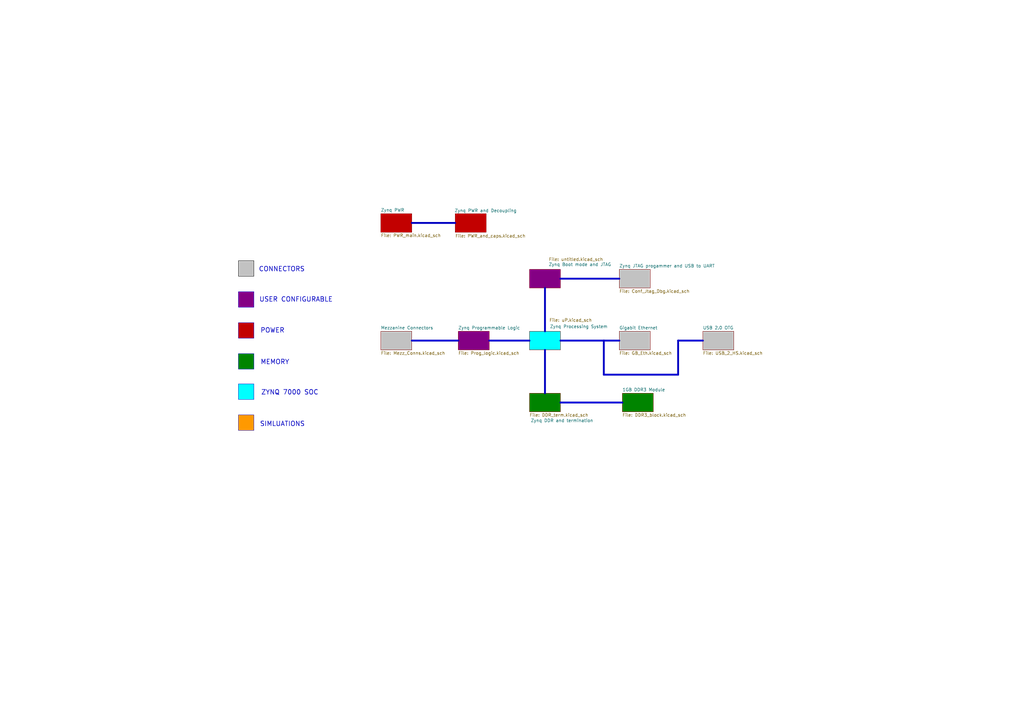
<source format=kicad_sch>
(kicad_sch
	(version 20250114)
	(generator "eeschema")
	(generator_version "9.0")
	(uuid "057baa86-43b1-44fa-acf3-4caef14d0f52")
	(paper "A3")
	(title_block
		(title "TOP LEVEL PAGE")
		(date "2025-10-06")
		(rev "A")
		(company "GHM")
	)
	(lib_symbols)
	(rectangle
		(start 97.79 132.334)
		(end 104.14 138.684)
		(stroke
			(width 0)
			(type solid)
		)
		(fill
			(type color)
			(color 194 0 0 1)
		)
		(uuid 095d049b-8d56-462f-a2c6-25320d0fdbd9)
	)
	(rectangle
		(start 97.79 157.48)
		(end 104.14 163.83)
		(stroke
			(width 0)
			(type solid)
		)
		(fill
			(type color)
			(color 0 255 255 1)
		)
		(uuid 0cd33981-997a-4ee0-885a-a22ddf7e1e41)
	)
	(rectangle
		(start 97.79 119.634)
		(end 104.14 125.984)
		(stroke
			(width 0)
			(type solid)
		)
		(fill
			(type color)
			(color 132 0 132 1)
		)
		(uuid 3548180e-d9f5-4eb6-9fb6-4962e07bb571)
	)
	(rectangle
		(start 97.79 106.934)
		(end 104.14 113.284)
		(stroke
			(width 0)
			(type solid)
			(color 0 0 0 1)
		)
		(fill
			(type color)
			(color 194 194 194 1)
		)
		(uuid 56a1cebb-b65c-4469-b031-b09ae1da81a1)
	)
	(rectangle
		(start 97.79 170.18)
		(end 104.14 176.53)
		(stroke
			(width 0)
			(type solid)
		)
		(fill
			(type color)
			(color 255 153 0 1)
		)
		(uuid 6d5412d3-5305-45a8-a67f-a448c0232553)
	)
	(rectangle
		(start 97.79 145.034)
		(end 104.14 151.384)
		(stroke
			(width 0)
			(type solid)
		)
		(fill
			(type color)
			(color 0 132 0 1)
		)
		(uuid a63d1e72-8d16-4f54-b6ce-7c0701df6d6b)
	)
	(text "ZYNQ 7000 SOC"
		(exclude_from_sim no)
		(at 118.872 161.036 0)
		(effects
			(font
				(size 1.905 1.905)
				(thickness 0.2381)
			)
		)
		(uuid "1d040a27-cd4e-4eb2-85d2-e611e5d89bb9")
	)
	(text "MEMORY"
		(exclude_from_sim no)
		(at 112.776 148.59 0)
		(effects
			(font
				(size 1.905 1.905)
				(thickness 0.2381)
			)
		)
		(uuid "44abcec0-d4ce-4ace-8dd0-46abad750b3f")
	)
	(text "CONNECTORS"
		(exclude_from_sim no)
		(at 115.57 110.49 0)
		(effects
			(font
				(size 1.905 1.905)
				(thickness 0.2381)
			)
		)
		(uuid "6f506e60-ec74-452c-b325-668235589b9c")
	)
	(text "SIMLUATIONS\n"
		(exclude_from_sim no)
		(at 115.824 173.99 0)
		(effects
			(font
				(size 1.905 1.905)
				(thickness 0.2381)
			)
		)
		(uuid "a0970d00-fe02-4520-8dcd-8e004a6dcc47")
	)
	(text "POWER"
		(exclude_from_sim no)
		(at 111.76 135.636 0)
		(effects
			(font
				(size 1.905 1.905)
				(thickness 0.2381)
			)
		)
		(uuid "bade0cfc-22a6-4a03-8a75-7b8a45b4cc08")
	)
	(text "USER CONFIGURABLE"
		(exclude_from_sim no)
		(at 121.412 122.936 0)
		(effects
			(font
				(size 1.905 1.905)
				(thickness 0.2381)
			)
		)
		(uuid "e796aa3c-8eab-4b48-b2fb-f37733d82a8e")
	)
	(polyline
		(pts
			(xy 229.87 139.7) (xy 254 139.7)
		)
		(stroke
			(width 0.762)
			(type solid)
		)
		(uuid "0699580c-6fc3-4132-9c8f-b663c3631d08")
	)
	(polyline
		(pts
			(xy 223.52 118.11) (xy 223.52 135.89)
		)
		(stroke
			(width 0.762)
			(type solid)
		)
		(uuid "077da00d-fcbc-435e-9c1a-5fb574aa580c")
	)
	(polyline
		(pts
			(xy 200.66 139.7) (xy 217.17 139.7)
		)
		(stroke
			(width 0.762)
			(type solid)
		)
		(uuid "1aed95c7-46e3-49dd-ab01-d61bd2482fa4")
	)
	(polyline
		(pts
			(xy 168.91 139.7) (xy 187.96 139.7)
		)
		(stroke
			(width 0.762)
			(type solid)
		)
		(uuid "1e9206b0-e1c0-482c-8698-595f61760989")
	)
	(polyline
		(pts
			(xy 223.52 143.51) (xy 223.52 161.29)
		)
		(stroke
			(width 0.762)
			(type solid)
		)
		(uuid "2006e981-fa95-4cf0-a228-249cb7d9bcd1")
	)
	(polyline
		(pts
			(xy 247.65 153.67) (xy 278.13 153.67)
		)
		(stroke
			(width 0.762)
			(type solid)
		)
		(uuid "3a740848-eb39-45b4-ba97-1a918d2161a5")
	)
	(polyline
		(pts
			(xy 278.13 139.7) (xy 278.13 153.67)
		)
		(stroke
			(width 0.762)
			(type solid)
		)
		(uuid "3d811101-aec1-4166-81ba-be7d0f187b69")
	)
	(polyline
		(pts
			(xy 247.65 139.7) (xy 247.65 153.67)
		)
		(stroke
			(width 0.762)
			(type solid)
		)
		(uuid "6e8c4b8b-d7fc-43d3-8035-ce4d3fad7025")
	)
	(polyline
		(pts
			(xy 278.13 139.7) (xy 288.29 139.7)
		)
		(stroke
			(width 0.762)
			(type solid)
		)
		(uuid "810e2090-bd29-46e5-829e-308cef0f2d7a")
	)
	(polyline
		(pts
			(xy 229.87 165.1) (xy 255.27 165.1)
		)
		(stroke
			(width 0.762)
			(type solid)
		)
		(uuid "af934940-2b3b-4e1e-9e67-3821198cd7dc")
	)
	(polyline
		(pts
			(xy 229.87 114.3) (xy 254 114.3)
		)
		(stroke
			(width 0.762)
			(type solid)
		)
		(uuid "b039b4e3-29d3-4a14-8290-3558f5079762")
	)
	(polyline
		(pts
			(xy 168.91 91.44) (xy 186.69 91.44)
		)
		(stroke
			(width 0.762)
			(type solid)
		)
		(uuid "c4e71839-f33a-4048-b5a8-fa0c94f4f2e9")
	)
	(sheet
		(at 187.96 135.89)
		(size 12.7 7.62)
		(exclude_from_sim no)
		(in_bom yes)
		(on_board yes)
		(dnp no)
		(fields_autoplaced yes)
		(stroke
			(width 0.1524)
			(type solid)
		)
		(fill
			(color 132 0 132 1.0000)
		)
		(uuid "0af5fadc-0ed8-410c-a51f-1bd6c53c93af")
		(property "Sheetname" "Zynq Programmable Logic"
			(at 187.96 135.1784 0)
			(effects
				(font
					(size 1.27 1.27)
				)
				(justify left bottom)
			)
		)
		(property "Sheetfile" "Prog_logic.kicad_sch"
			(at 187.96 144.0946 0)
			(effects
				(font
					(size 1.27 1.27)
				)
				(justify left top)
			)
		)
		(instances
			(project "ADHW"
				(path "/057baa86-43b1-44fa-acf3-4caef14d0f52"
					(page "6")
				)
			)
		)
	)
	(sheet
		(at 254 135.89)
		(size 12.7 7.62)
		(exclude_from_sim no)
		(in_bom yes)
		(on_board yes)
		(dnp no)
		(fields_autoplaced yes)
		(stroke
			(width 0.1524)
			(type solid)
		)
		(fill
			(color 194 194 194 1.0000)
		)
		(uuid "2021b965-f907-4878-9a71-fec1fe02990a")
		(property "Sheetname" "Gigabit Ethernet"
			(at 254 135.1784 0)
			(effects
				(font
					(size 1.27 1.27)
				)
				(justify left bottom)
			)
		)
		(property "Sheetfile" "GB_Eth.kicad_sch"
			(at 254 144.0946 0)
			(effects
				(font
					(size 1.27 1.27)
				)
				(justify left top)
			)
		)
		(instances
			(project "ADHW"
				(path "/057baa86-43b1-44fa-acf3-4caef14d0f52"
					(page "9")
				)
			)
		)
	)
	(sheet
		(at 156.21 87.63)
		(size 12.7 7.62)
		(exclude_from_sim no)
		(in_bom yes)
		(on_board yes)
		(dnp no)
		(fields_autoplaced yes)
		(stroke
			(width 0.1524)
			(type solid)
		)
		(fill
			(color 194 0 0 1.0000)
		)
		(uuid "20a52f4a-81de-42c4-b295-030ec8fe0cc7")
		(property "Sheetname" "Zynq PWR"
			(at 156.21 86.9184 0)
			(effects
				(font
					(size 1.27 1.27)
				)
				(justify left bottom)
			)
		)
		(property "Sheetfile" "PWR_main.kicad_sch"
			(at 156.21 95.8346 0)
			(effects
				(font
					(size 1.27 1.27)
				)
				(justify left top)
			)
		)
		(instances
			(project "ADHW"
				(path "/057baa86-43b1-44fa-acf3-4caef14d0f52"
					(page "1")
				)
			)
		)
	)
	(sheet
		(at 186.69 87.63)
		(size 12.7 7.62)
		(exclude_from_sim no)
		(in_bom yes)
		(on_board yes)
		(dnp no)
		(stroke
			(width 0.1524)
			(type solid)
		)
		(fill
			(color 194 0 0 1.0000)
		)
		(uuid "31b4a0ce-07aa-4685-bd7e-625d3fdf5856")
		(property "Sheetname" "Zynq PWR and Decoupling"
			(at 186.436 87.122 0)
			(effects
				(font
					(size 1.27 1.27)
				)
				(justify left bottom)
			)
		)
		(property "Sheetfile" "PWR_and_caps.kicad_sch"
			(at 186.69 96.012 0)
			(effects
				(font
					(size 1.27 1.27)
				)
				(justify left top)
			)
		)
		(instances
			(project "ADHW"
				(path "/057baa86-43b1-44fa-acf3-4caef14d0f52"
					(page "2")
				)
			)
		)
	)
	(sheet
		(at 217.17 135.89)
		(size 12.7 7.62)
		(exclude_from_sim no)
		(in_bom yes)
		(on_board yes)
		(dnp no)
		(stroke
			(width 0.1524)
			(type solid)
		)
		(fill
			(color 0 255 255 1.0000)
		)
		(uuid "45ae805c-c053-4234-b192-3189951875da")
		(property "Sheetname" "Zynq Processing System"
			(at 225.552 134.6704 0)
			(effects
				(font
					(size 1.27 1.27)
				)
				(justify left bottom)
			)
		)
		(property "Sheetfile" "uP.kicad_sch"
			(at 225.298 130.556 0)
			(effects
				(font
					(size 1.27 1.27)
				)
				(justify left top)
			)
		)
		(instances
			(project "ADHW"
				(path "/057baa86-43b1-44fa-acf3-4caef14d0f52"
					(page "5")
				)
			)
		)
	)
	(sheet
		(at 255.27 161.29)
		(size 12.7 7.62)
		(exclude_from_sim no)
		(in_bom yes)
		(on_board yes)
		(dnp no)
		(fields_autoplaced yes)
		(stroke
			(width 0.1524)
			(type solid)
		)
		(fill
			(color 0 132 0 1.0000)
		)
		(uuid "57e3ce2e-1122-47b9-8ed8-167ba245f3c9")
		(property "Sheetname" "1GB DDR3 Module"
			(at 255.27 160.5784 0)
			(effects
				(font
					(size 1.27 1.27)
				)
				(justify left bottom)
			)
		)
		(property "Sheetfile" "DDR3_block.kicad_sch"
			(at 255.27 169.4946 0)
			(effects
				(font
					(size 1.27 1.27)
				)
				(justify left top)
			)
		)
		(instances
			(project "ADHW"
				(path "/057baa86-43b1-44fa-acf3-4caef14d0f52"
					(page "8")
				)
			)
		)
	)
	(sheet
		(at 254 110.49)
		(size 12.7 7.62)
		(exclude_from_sim no)
		(in_bom yes)
		(on_board yes)
		(dnp no)
		(fields_autoplaced yes)
		(stroke
			(width 0.1524)
			(type solid)
		)
		(fill
			(color 194 194 194 1.0000)
		)
		(uuid "70f6d3a0-f1b3-45ff-a4e4-05b6b5b38c5a")
		(property "Sheetname" "Zynq JTAG progammer and USB to UART"
			(at 254 109.7784 0)
			(effects
				(font
					(size 1.27 1.27)
				)
				(justify left bottom)
			)
		)
		(property "Sheetfile" "Conf_Jtag_Dbg.kicad_sch"
			(at 254 118.6946 0)
			(effects
				(font
					(size 1.27 1.27)
				)
				(justify left top)
			)
		)
		(instances
			(project "ADHW"
				(path "/057baa86-43b1-44fa-acf3-4caef14d0f52"
					(page "4")
				)
			)
		)
	)
	(sheet
		(at 217.17 161.29)
		(size 12.7 7.62)
		(exclude_from_sim no)
		(in_bom yes)
		(on_board yes)
		(dnp no)
		(stroke
			(width 0.1524)
			(type solid)
		)
		(fill
			(color 0 132 0 1.0000)
		)
		(uuid "74c2ea1b-4e9b-4f52-b39f-996887f529bd")
		(property "Sheetname" "Zynq DDR and termination"
			(at 217.678 173.228 0)
			(effects
				(font
					(size 1.27 1.27)
				)
				(justify left bottom)
			)
		)
		(property "Sheetfile" "DDR_term.kicad_sch"
			(at 217.17 169.4946 0)
			(effects
				(font
					(size 1.27 1.27)
				)
				(justify left top)
			)
		)
		(instances
			(project "ADHW"
				(path "/057baa86-43b1-44fa-acf3-4caef14d0f52"
					(page "7")
				)
			)
		)
	)
	(sheet
		(at 288.29 135.89)
		(size 12.7 7.62)
		(exclude_from_sim no)
		(in_bom yes)
		(on_board yes)
		(dnp no)
		(fields_autoplaced yes)
		(stroke
			(width 0.1524)
			(type solid)
		)
		(fill
			(color 194 194 194 1.0000)
		)
		(uuid "87eb7bf4-e622-4c6a-b6ad-c3e87e81756e")
		(property "Sheetname" "USB 2.0 OTG"
			(at 288.29 135.1784 0)
			(effects
				(font
					(size 1.27 1.27)
				)
				(justify left bottom)
			)
		)
		(property "Sheetfile" "USB_2_HS.kicad_sch"
			(at 288.29 144.0946 0)
			(effects
				(font
					(size 1.27 1.27)
				)
				(justify left top)
			)
		)
		(instances
			(project "ADHW"
				(path "/057baa86-43b1-44fa-acf3-4caef14d0f52"
					(page "10")
				)
			)
		)
	)
	(sheet
		(at 217.17 110.49)
		(size 12.7 7.62)
		(exclude_from_sim no)
		(in_bom yes)
		(on_board yes)
		(dnp no)
		(stroke
			(width 0.1524)
			(type solid)
		)
		(fill
			(color 132 0 132 1.0000)
		)
		(uuid "ea2032c5-075b-4c39-8f42-2b5af7b77561")
		(property "Sheetname" "Zynq Boot mode and JTAG"
			(at 225.044 109.22 0)
			(effects
				(font
					(size 1.27 1.27)
				)
				(justify left bottom)
			)
		)
		(property "Sheetfile" "untitled.kicad_sch"
			(at 225.044 105.6136 0)
			(effects
				(font
					(size 1.27 1.27)
				)
				(justify left top)
			)
		)
		(instances
			(project "ADHW"
				(path "/057baa86-43b1-44fa-acf3-4caef14d0f52"
					(page "3")
				)
			)
		)
	)
	(sheet
		(at 156.21 135.89)
		(size 12.7 7.62)
		(exclude_from_sim no)
		(in_bom yes)
		(on_board yes)
		(dnp no)
		(fields_autoplaced yes)
		(stroke
			(width 0.1524)
			(type solid)
		)
		(fill
			(color 194 194 194 1.0000)
		)
		(uuid "fe026b20-a69e-4b5e-950b-da5f84ebee87")
		(property "Sheetname" "Mezzanine Connectors"
			(at 156.21 135.1784 0)
			(effects
				(font
					(size 1.27 1.27)
				)
				(justify left bottom)
			)
		)
		(property "Sheetfile" "Mezz_Conns.kicad_sch"
			(at 156.21 144.0946 0)
			(effects
				(font
					(size 1.27 1.27)
				)
				(justify left top)
			)
		)
		(instances
			(project "ADHW"
				(path "/057baa86-43b1-44fa-acf3-4caef14d0f52"
					(page "11")
				)
			)
		)
	)
	(sheet_instances
		(path "/"
			(page "1")
		)
	)
	(embedded_fonts no)
)

</source>
